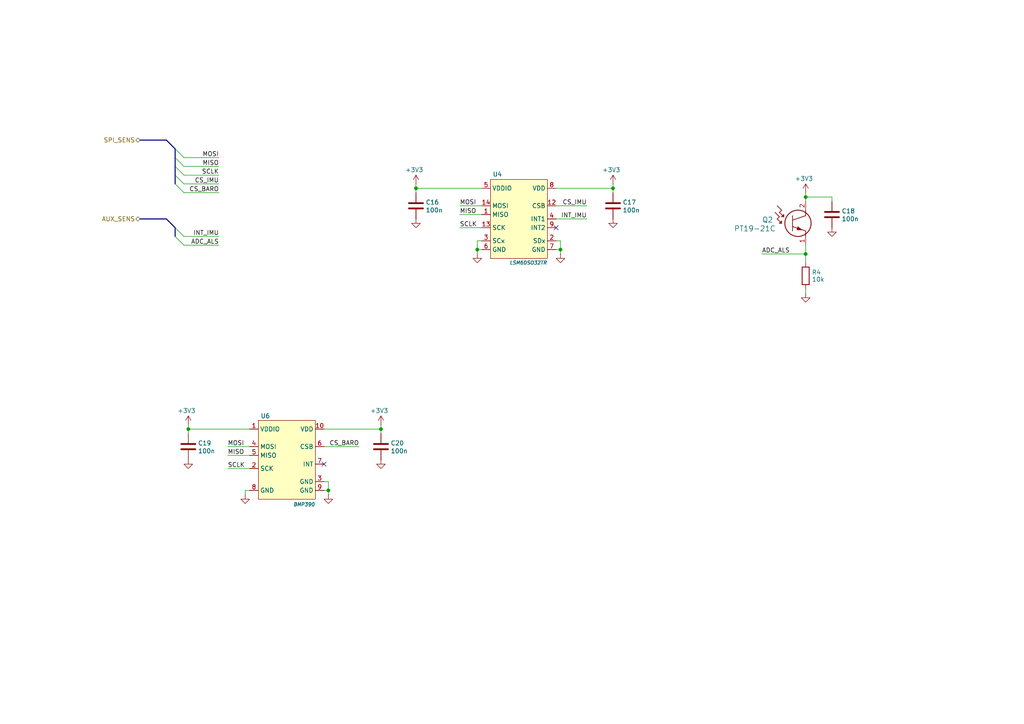
<source format=kicad_sch>
(kicad_sch (version 20250114) (generator "eeschema") (generator_version "9.0")
  (paper "A4")
  (lib_symbols
    (symbol "Device:C" (pin_numbers (hide yes)) (pin_names (offset 0.254))
      (property "Reference" "C" (at 0.635 2.54 0))
      (property "Value" "C" (at 0.635 -2.54 0))
      (symbol "C_0_1"
        (polyline (pts (xy -2.032 0.762) (xy 2.032 0.762)) (stroke (width 0.508)))
        (polyline (pts (xy -2.032 -0.762) (xy 2.032 -0.762)) (stroke (width 0.508)))
      )
      (symbol "C_1_1"
        (pin passive line (at 0 3.81 270) (length 2.794) (name "~") (number "1"))
        (pin passive line (at 0 -3.81 90) (length 2.794) (name "~") (number "2"))
      )
    )
    (symbol "Device:R" (pin_numbers (hide yes)) (pin_names (offset 0))
      (property "Reference" "R" (at 2.032 0 90))
      (property "Value" "R" (at 0 0 90))
      (symbol "R_0_1"
        (rectangle (start -1.016 -2.54) (end 1.016 2.54) (stroke (width 0.254)))
      )
      (symbol "R_1_1"
        (pin passive line (at 0 3.81 270) (length 1.27) (name "~") (number "1"))
        (pin passive line (at 0 -3.81 90) (length 1.27) (name "~") (number "2"))
      )
    )
    (symbol "ModLib:+3V3" (power) (pin_numbers (hide yes)) (pin_names (offset 0) (hide yes))
      (property "Value" "+3V3" (at -0.508 3.556 0))
      (symbol "+3V3_0_1"
        (polyline (pts (xy -0.762 1.27) (xy 0 2.54)))
        (polyline (pts (xy 0 2.54) (xy 0.762 1.27)))
        (polyline (pts (xy 0 0) (xy 0 2.54)))
      )
      (symbol "+3V3_1_1"
        (pin power_in line (at 0 0 90) (length 0) (name "~") (number "1"))
      )
    )
    (symbol "ModLib:BMP390_SPI"
      (property "Reference" "U" (at -6.35 15.24 0))
      (property "Value" "Part_Name" (at 4.318 -9.906 0))
      (symbol "BMP390_SPI_1_1"
        (rectangle (start -7.62 13.97) (end 8.89 -8.89) (fill (type background)))
        (pin power_in line (at -10.16 11.43 0) (length 2.54) (name "VDDIO") (number "1"))
        (pin input line (at -10.16 6.35 0) (length 2.54) (name "MOSI") (number "4"))
        (pin output line (at -10.16 3.81 0) (length 2.54) (name "MISO") (number "5"))
        (pin input line (at -10.16 0 0) (length 2.54) (name "SCK") (number "2"))
        (pin power_in line (at -10.16 -6.35 0) (length 2.54) (name "GND") (number "8"))
        (pin power_in line (at 11.43 11.43 180) (length 2.54) (name "VDD") (number "10"))
        (pin input line (at 11.43 6.35 180) (length 2.54) (name "CSB") (number "6"))
        (pin output line (at 11.43 1.27 180) (length 2.54) (name "INT") (number "7"))
        (pin power_in line (at 11.43 -3.81 180) (length 2.54) (name "GND") (number "3"))
        (pin power_in line (at 11.43 -6.35 180) (length 2.54) (name "GND") (number "9"))
      )
    )
    (symbol "ModLib:GND" (power) (pin_numbers (hide yes)) (pin_names (offset 0) (hide yes))
      (symbol "GND_0_1"
        (polyline (pts (xy 0 0) (xy 0 -1.27) (xy 1.27 -1.27) (xy 0 -2.54) (xy -1.27 -1.27) (xy 0 -1.27)))
      )
      (symbol "GND_1_1"
        (pin power_in line (at 0 0 270) (length 0) (name "~") (number "1"))
      )
    )
    (symbol "ModLib:LSM6DSO32TR"
      (property "Reference" "U" (at -6.35 15.24 0))
      (property "Value" "LSM6DSO32TR" (at 4.318 -9.906 0))
      (symbol "LSM6DSO32TR_1_1"
        (rectangle (start -7.62 13.97) (end 8.89 -8.89) (fill (type background)))
        (pin power_in line (at -10.16 11.43 0) (length 2.54) (name "VDDIO") (number "5"))
        (pin input line (at -10.16 6.35 0) (length 2.54) (name "MOSI") (number "14"))
        (pin output line (at -10.16 3.81 0) (length 2.54) (name "MISO") (number "1"))
        (pin input line (at -10.16 0 0) (length 2.54) (name "SCK") (number "13"))
        (pin input line (at -10.16 -3.81 0) (length 2.54) (name "SCx") (number "3"))
        (pin power_in line (at -10.16 -6.35 0) (length 2.54) (name "GND") (number "6"))
        (pin no_connect line (at 1.27 16.51 270) (length 2.54) (hide yes) (name "NC") (number "10"))
        (pin no_connect line (at 3.81 16.51 270) (length 2.54) (hide yes) (name "NC") (number "11"))
        (pin power_in line (at 11.43 11.43 180) (length 2.54) (name "VDD") (number "8"))
        (pin input line (at 11.43 6.35 180) (length 2.54) (name "CSB") (number "12"))
        (pin output line (at 11.43 2.54 180) (length 2.54) (name "INT1") (number "4"))
        (pin output line (at 11.43 0 180) (length 2.54) (name "INT2") (number "9"))
        (pin input line (at 11.43 -3.81 180) (length 2.54) (name "SDx") (number "2"))
        (pin power_in line (at 11.43 -6.35 180) (length 2.54) (name "GND") (number "7"))
      )
    )
    (symbol "Snapeda:PT19-21C_L41_TR8" (pin_names (offset 0.254))
      (property "Reference" "Q2" (at 2.54 -3.1876 0))
      (property "Value" "PT19-21C" (at 2.54 -5.7276 0))
      (symbol "PT19-21C_L41_TR8_0_1"
        (polyline (pts (xy -8.89 -1.905) (xy -7.62 -3.175)) (stroke (width 0.2032)))
        (polyline (pts (xy -8.255 0) (xy -6.985 -1.27)) (stroke (width 0.2032)))
        (polyline (pts (xy -8.255 -3.81) (xy -6.985 -5.08)) (stroke (width 0.2032)))
        (polyline (pts (xy -7.62 -1.905) (xy -6.35 -3.175)) (stroke (width 0.2032)))
        (polyline (pts (xy -7.62 -3.175) (xy -8.255 -3.81)) (stroke (width 0.2032)))
        (polyline (pts (xy -7.62 -5.08) (xy -6.985 -5.08)) (stroke (width 0.2032)))
        (polyline (pts (xy -6.985 -1.27) (xy -7.62 -1.905)) (stroke (width 0.2032)))
        (polyline (pts (xy -6.985 -3.175) (xy -6.35 -3.175)) (stroke (width 0.2032)))
        (polyline (pts (xy -6.985 -4.445) (xy -7.62 -5.08)) (stroke (width 0.2032)))
        (polyline (pts (xy -6.985 -5.08) (xy -6.985 -4.445)) (stroke (width 0.2032)))
        (polyline (pts (xy -6.35 -2.54) (xy -6.985 -3.175)) (stroke (width 0.2032)))
        (polyline (pts (xy -6.35 -3.175) (xy -6.35 -2.54)) (stroke (width 0.2032)))
        (polyline (pts (xy -3.81 -4.1402) (xy 0 -2.8702)) (stroke (width 0.2032)))
        (polyline (pts (xy -3.81 -6.0198) (xy 0 -7.2898)) (stroke (width 0.2032)))
        (polyline (pts (xy -3.81 -7.2898) (xy -3.81 -2.8702)) (stroke (width 0.2032)))
        (circle (center -2.2352 -5.08) (radius 3.81) (stroke (width 0.254)))
        (polyline (pts (xy -2.2352 -6.0198) (xy -2.54 -6.985) (xy -0.9652 -6.985)) (fill (type outline)))
        (polyline (pts (xy 0 -2.8702) (xy 0 -1.27)) (stroke (width 0.2032)))
        (polyline (pts (xy 0 -8.89) (xy 0 -7.2898)) (stroke (width 0.2032)))
      )
      (symbol "PT19-21C_L41_TR8_1_1"
        (pin unspecified line (at 0 1.27 270) (length 2.54) (name "") (number "2"))
        (pin unspecified line (at 0 -11.43 90) (length 2.54) (name "") (number "1"))
      )
    )
  )
  (junction (at 110.49 124.46))
  (junction (at 138.43 72.39))
  (junction (at 233.68 73.66))
  (junction (at 162.56 72.39))
  (junction (at 233.68 57.15))
  (junction (at 120.65 54.61))
  (junction (at 177.8 54.61))
  (junction (at 95.25 142.24))
  (junction (at 54.61 124.46))
  (no_connect (at 161.29 66.04))
  (no_connect (at 93.98 134.62))
  (bus_entry (at 50.8 50.8) (size 2.54 2.54))
  (bus_entry (at 50.8 43.18) (size 2.54 2.54))
  (bus_entry (at 50.8 68.58) (size 2.54 2.54))
  (bus_entry (at 50.8 45.72) (size 2.54 2.54))
  (bus_entry (at 50.8 66.04) (size 2.54 2.54))
  (bus_entry (at 50.8 53.34) (size 2.54 2.54))
  (bus_entry (at 50.8 48.26) (size 2.54 2.54))
  (wire (pts (xy 233.68 83.82) (xy 233.68 85.09)))
  (wire (pts (xy 53.34 50.8) (xy 63.5 50.8)))
  (wire (pts (xy 233.68 55.88) (xy 233.68 57.15)))
  (wire (pts (xy 110.49 124.46) (xy 110.49 125.73)))
  (wire (pts (xy 170.18 59.69) (xy 161.29 59.69)))
  (wire (pts (xy 54.61 123.19) (xy 54.61 124.46)))
  (wire (pts (xy 241.3 57.15) (xy 241.3 58.42)))
  (wire (pts (xy 161.29 54.61) (xy 177.8 54.61)))
  (wire (pts (xy 53.34 71.12) (xy 63.5 71.12)))
  (bus (pts (xy 50.8 43.18) (xy 50.8 45.72)))
  (bus (pts (xy 50.8 48.26) (xy 50.8 50.8)))
  (wire (pts (xy 170.18 63.5) (xy 161.29 63.5)))
  (wire (pts (xy 110.49 123.19) (xy 110.49 124.46)))
  (wire (pts (xy 162.56 69.85) (xy 162.56 72.39)))
  (wire (pts (xy 177.8 55.88) (xy 177.8 54.61)))
  (wire (pts (xy 53.34 55.88) (xy 63.5 55.88)))
  (bus (pts (xy 50.8 45.72) (xy 50.8 48.26)))
  (wire (pts (xy 71.12 142.24) (xy 71.12 143.51)))
  (wire (pts (xy 233.68 57.15) (xy 241.3 57.15)))
  (wire (pts (xy 66.04 135.89) (xy 72.39 135.89)))
  (bus (pts (xy 50.8 66.04) (xy 48.26 63.5)))
  (wire (pts (xy 133.35 59.69) (xy 139.7 59.69)))
  (bus (pts (xy 50.8 43.18) (xy 48.26 40.64)))
  (wire (pts (xy 120.65 53.34) (xy 120.65 54.61)))
  (wire (pts (xy 54.61 124.46) (xy 54.61 125.73)))
  (wire (pts (xy 66.04 129.54) (xy 72.39 129.54)))
  (wire (pts (xy 138.43 69.85) (xy 138.43 72.39)))
  (wire (pts (xy 161.29 69.85) (xy 162.56 69.85)))
  (wire (pts (xy 161.29 72.39) (xy 162.56 72.39)))
  (wire (pts (xy 139.7 69.85) (xy 138.43 69.85)))
  (wire (pts (xy 139.7 72.39) (xy 138.43 72.39)))
  (wire (pts (xy 93.98 139.7) (xy 95.25 139.7)))
  (bus (pts (xy 50.8 50.8) (xy 50.8 53.34)))
  (wire (pts (xy 53.34 45.72) (xy 63.5 45.72)))
  (wire (pts (xy 138.43 72.39) (xy 138.43 73.66)))
  (wire (pts (xy 233.68 57.15) (xy 233.68 58.42)))
  (wire (pts (xy 53.34 53.34) (xy 63.5 53.34)))
  (bus (pts (xy 40.64 63.5) (xy 48.26 63.5)))
  (wire (pts (xy 95.25 142.24) (xy 95.25 143.51)))
  (wire (pts (xy 72.39 142.24) (xy 71.12 142.24)))
  (wire (pts (xy 120.65 55.88) (xy 120.65 54.61)))
  (bus (pts (xy 50.8 66.04) (xy 50.8 68.58)))
  (wire (pts (xy 120.65 54.61) (xy 139.7 54.61)))
  (wire (pts (xy 93.98 142.24) (xy 95.25 142.24)))
  (wire (pts (xy 104.14 129.54) (xy 93.98 129.54)))
  (wire (pts (xy 133.35 66.04) (xy 139.7 66.04)))
  (wire (pts (xy 177.8 53.34) (xy 177.8 54.61)))
  (wire (pts (xy 53.34 68.58) (xy 63.5 68.58)))
  (wire (pts (xy 233.68 71.12) (xy 233.68 73.66)))
  (wire (pts (xy 95.25 139.7) (xy 95.25 142.24)))
  (wire (pts (xy 133.35 62.23) (xy 139.7 62.23)))
  (wire (pts (xy 72.39 124.46) (xy 54.61 124.46)))
  (wire (pts (xy 220.98 73.66) (xy 233.68 73.66)))
  (wire (pts (xy 162.56 72.39) (xy 162.56 73.66)))
  (bus (pts (xy 40.64 40.64) (xy 48.26 40.64)))
  (wire (pts (xy 53.34 48.26) (xy 63.5 48.26)))
  (wire (pts (xy 93.98 124.46) (xy 110.49 124.46)))
  (wire (pts (xy 233.68 73.66) (xy 233.68 76.2)))
  (wire (pts (xy 66.04 132.08) (xy 72.39 132.08)))
  (label "SCLK" (at 66.04 135.89 0))
  (label "MISO" (at 133.35 62.23 0))
  (label "CS_BARO" (at 104.14 129.54 180))
  (label "MISO" (at 66.04 132.08 0))
  (label "MOSI" (at 63.5 45.72 180))
  (label "CS_IMU" (at 63.5 53.34 180))
  (label "MOSI" (at 133.35 59.69 0))
  (label "ADC_ALS" (at 220.98 73.66 0))
  (label "SCLK" (at 63.5 50.8 180))
  (label "ADC_ALS" (at 63.5 71.12 180))
  (label "MISO" (at 63.5 48.26 180))
  (label "SCLK" (at 133.35 66.04 0))
  (label "INT_IMU" (at 170.18 63.5 180))
  (label "INT_IMU" (at 63.5 68.58 180))
  (label "MOSI" (at 66.04 129.54 0))
  (label "CS_BARO" (at 63.5 55.88 180))
  (label "CS_IMU" (at 170.18 59.69 180))
  (hierarchical_label "SPI_SENS" (shape bidirectional) (at 40.64 40.64 180))
  (hierarchical_label "AUX_SENS" (shape bidirectional) (at 40.64 63.5 180))
  (symbol (lib_id "ModLib:+3V3") (at 110.49 123.19 0) (unit 1)
    (property "Reference" "#PWR039" (effects (hide yes)))
    (property "Value" "+3V3" (at 109.982 119.126 0))
    (property "Description" "Power symbol creates a global label with name \"+3V3\"" (effects (hide yes)))
  )
  (symbol (lib_id "ModLib:GND") (at 241.3 66.04 0) (unit 1)
    (property "Reference" "#PWR035" (effects (hide yes)))
    (property "Value" "GND" (effects (hide yes)))
    (property "Description" "Power symbol creates a global label with name \"GND\" , ground" (effects (hide yes)))
  )
  (symbol (lib_id "ModLib:GND") (at 54.61 133.35 0) (unit 1)
    (property "Reference" "#PWR038" (effects (hide yes)))
    (property "Value" "GND" (effects (hide yes)))
    (property "Description" "Power symbol creates a global label with name \"GND\" , ground" (effects (hide yes)))
  )
  (symbol (lib_id "ModLib:+3V3") (at 120.65 53.34 0) (unit 1)
    (property "Reference" "#PWR028" (effects (hide yes)))
    (property "Value" "+3V3" (at 120.142 49.276 0))
    (property "Description" "Power symbol creates a global label with name \"+3V3\"" (effects (hide yes)))
  )
  (symbol (lib_id "Device:C") (at 120.65 59.69 0) (unit 1)
    (property "Reference" "C16" (at 123.444 58.674 0) (effects (justify left)))
    (property "Value" "100n" (at 123.444 60.96 0) (effects (justify left)))
    (property "Footprint" "Capacitor_SMD:C_0402_1005Metric" (effects (hide yes)))
    (property "Description" "Unpolarized capacitor" (effects (hide yes)))
  )
  (symbol (lib_id "ModLib:+3V3") (at 54.61 123.19 0) (unit 1)
    (property "Reference" "#PWR037" (effects (hide yes)))
    (property "Value" "+3V3" (at 54.102 119.126 0))
    (property "Description" "Power symbol creates a global label with name \"+3V3\"" (effects (hide yes)))
  )
  (symbol (lib_id "ModLib:GND") (at 162.56 73.66 0) (unit 1)
    (property "Reference" "#PWR032" (effects (hide yes)))
    (property "Value" "GND" (effects (hide yes)))
    (property "Description" "Power symbol creates a global label with name \"GND\" , ground" (effects (hide yes)))
  )
  (symbol (lib_id "ModLib:GND") (at 95.25 143.51 0) (unit 1)
    (property "Reference" "#PWR041" (effects (hide yes)))
    (property "Value" "GND" (effects (hide yes)))
    (property "Description" "Power symbol creates a global label with name \"GND\" , ground" (effects (hide yes)))
  )
  (symbol (lib_id "ModLib:GND") (at 110.49 133.35 0) (unit 1)
    (property "Reference" "#PWR040" (effects (hide yes)))
    (property "Value" "GND" (effects (hide yes)))
    (property "Description" "Power symbol creates a global label with name \"GND\" , ground" (effects (hide yes)))
  )
  (symbol (lib_id "Device:C") (at 177.8 59.69 0) (unit 1)
    (property "Reference" "C17" (at 180.594 58.674 0) (effects (justify left)))
    (property "Value" "100n" (at 180.594 60.96 0) (effects (justify left)))
    (property "Footprint" "Capacitor_SMD:C_0402_1005Metric" (effects (hide yes)))
    (property "Description" "Unpolarized capacitor" (effects (hide yes)))
  )
  (symbol (lib_id "Snapeda:PT19-21C_L41_TR8") (at 233.68 59.69 0) (unit 1)
    (property "Reference" "Q2" (at 220.98 63.754 0) (effects (font (size 1.524 1.524)) (justify left)))
    (property "Value" "PT19-21C" (at 212.852 66.294 0) (effects (font (size 1.524 1.524)) (justify left)))
    (property "Footprint" "Snapeda:PT19-21C_L41_TR8_EVE" (effects (hide yes)))
    (property "Datasheet" "PT19-21C/L41/TR8" (effects (hide yes)))
  )
  (symbol (lib_id "ModLib:GND") (at 120.65 63.5 0) (unit 1)
    (property "Reference" "#PWR029" (effects (hide yes)))
    (property "Value" "GND" (effects (hide yes)))
    (property "Description" "Power symbol creates a global label with name \"GND\" , ground" (effects (hide yes)))
  )
  (symbol (lib_id "ModLib:GND") (at 138.43 73.66 0) (unit 1)
    (property "Reference" "#PWR033" (effects (hide yes)))
    (property "Value" "GND" (effects (hide yes)))
    (property "Description" "Power symbol creates a global label with name \"GND\" , ground" (effects (hide yes)))
  )
  (symbol (lib_id "ModLib:LSM6DSO32TR") (at 149.86 66.04 0) (unit 1)
    (property "Reference" "U4" (at 144.272 50.546 0))
    (property "Value" "LSM6DSO32TR" (at 153.162 76.2 0) (effects (font (size 1.016 1.016) (italic yes))))
  )
  (symbol (lib_id "Device:R") (at 233.68 80.01 0) (unit 1)
    (property "Reference" "R4" (at 235.458 78.9941 0) (effects (justify left)))
    (property "Value" "10k" (at 235.458 81.026 0) (effects (justify left)))
    (property "Footprint" "Resistor_SMD:R_0402_1005Metric" (effects (hide yes)))
    (property "Description" "Resistor" (effects (hide yes)))
  )
  (symbol (lib_id "ModLib:GND") (at 177.8 63.5 0) (unit 1)
    (property "Reference" "#PWR031" (effects (hide yes)))
    (property "Value" "GND" (effects (hide yes)))
    (property "Description" "Power symbol creates a global label with name \"GND\" , ground" (effects (hide yes)))
  )
  (symbol (lib_id "ModLib:GND") (at 71.12 143.51 0) (unit 1)
    (property "Reference" "#PWR042" (effects (hide yes)))
    (property "Value" "GND" (effects (hide yes)))
    (property "Description" "Power symbol creates a global label with name \"GND\" , ground" (effects (hide yes)))
  )
  (symbol (lib_id "Device:C") (at 241.3 62.23 0) (unit 1)
    (property "Reference" "C18" (at 244.094 61.214 0) (effects (justify left)))
    (property "Value" "100n" (at 244.094 63.5 0) (effects (justify left)))
    (property "Footprint" "Capacitor_SMD:C_0402_1005Metric" (effects (hide yes)))
    (property "Description" "Unpolarized capacitor" (effects (hide yes)))
  )
  (symbol (lib_id "ModLib:GND") (at 233.68 85.09 0) (unit 1)
    (property "Reference" "#PWR036" (effects (hide yes)))
    (property "Value" "GND" (effects (hide yes)))
    (property "Description" "Power symbol creates a global label with name \"GND\" , ground" (effects (hide yes)))
  )
  (symbol (lib_id "Device:C") (at 110.49 129.54 0) (unit 1)
    (property "Reference" "C20" (at 113.284 128.524 0) (effects (justify left)))
    (property "Value" "100n" (at 113.284 130.81 0) (effects (justify left)))
    (property "Footprint" "Capacitor_SMD:C_0402_1005Metric" (effects (hide yes)))
    (property "Description" "Unpolarized capacitor" (effects (hide yes)))
  )
  (symbol (lib_id "ModLib:+3V3") (at 177.8 53.34 0) (unit 1)
    (property "Reference" "#PWR030" (effects (hide yes)))
    (property "Value" "+3V3" (at 177.292 49.276 0))
    (property "Description" "Power symbol creates a global label with name \"+3V3\"" (effects (hide yes)))
  )
  (symbol (lib_id "ModLib:+3V3") (at 233.68 55.88 0) (unit 1)
    (property "Reference" "#PWR034" (effects (hide yes)))
    (property "Value" "+3V3" (at 233.172 51.816 0))
    (property "Description" "Power symbol creates a global label with name \"+3V3\"" (effects (hide yes)))
  )
  (symbol (lib_id "ModLib:BMP390_SPI") (at 82.55 135.89 0) (unit 1)
    (property "Reference" "U6" (at 76.962 120.65 0))
    (property "Value" "BMP390" (at 88.138 146.304 0) (effects (font (size 1.016 1.016) (italic yes))))
  )
  (symbol (lib_id "Device:C") (at 54.61 129.54 0) (unit 1)
    (property "Reference" "C19" (at 57.404 128.524 0) (effects (justify left)))
    (property "Value" "100n" (at 57.404 130.81 0) (effects (justify left)))
    (property "Footprint" "Capacitor_SMD:C_0402_1005Metric" (effects (hide yes)))
    (property "Description" "Unpolarized capacitor" (effects (hide yes)))
  )
)
</source>
